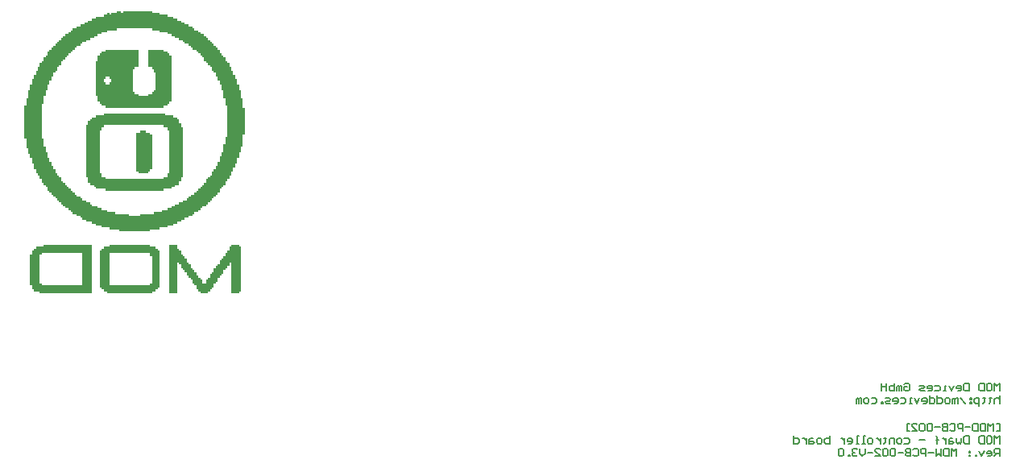
<source format=gbo>
G04*
G04 #@! TF.GenerationSoftware,Altium Limited,Altium Designer,22.1.2 (22)*
G04*
G04 Layer_Color=32896*
%FSLAX44Y44*%
%MOMM*%
G71*
G04*
G04 #@! TF.SameCoordinates,4FF52C19-E322-4989-B108-829305E1C033*
G04*
G04*
G04 #@! TF.FilePolarity,Positive*
G04*
G01*
G75*
%ADD16C,0.1500*%
G36*
X1116330Y484378D02*
Y482346D01*
Y480314D01*
Y478282D01*
Y476250D01*
Y474218D01*
Y472186D01*
Y470154D01*
Y468122D01*
Y466090D01*
Y464058D01*
Y462026D01*
Y459994D01*
Y457962D01*
Y455930D01*
Y453898D01*
Y451866D01*
Y449834D01*
Y447802D01*
Y445770D01*
Y443738D01*
Y441706D01*
Y439674D01*
Y437642D01*
Y435610D01*
X1061466D01*
Y437642D01*
X1055370D01*
Y439674D01*
X1053338D01*
Y441706D01*
Y443738D01*
X1051306D01*
Y445770D01*
Y447802D01*
Y449834D01*
Y451866D01*
Y453898D01*
Y455930D01*
Y457962D01*
Y459994D01*
Y462026D01*
Y464058D01*
Y466090D01*
Y468122D01*
Y470154D01*
Y472186D01*
Y474218D01*
Y476250D01*
X1053338D01*
Y478282D01*
Y480314D01*
X1055370D01*
Y482346D01*
X1057402D01*
Y484378D01*
X1065530D01*
Y486410D01*
X1116330D01*
Y484378D01*
D02*
G37*
G36*
X1177290D02*
X1183386D01*
Y482346D01*
X1185418D01*
Y480314D01*
X1187450D01*
Y478282D01*
Y476250D01*
Y474218D01*
Y472186D01*
Y470154D01*
Y468122D01*
Y466090D01*
Y464058D01*
Y462026D01*
Y459994D01*
Y457962D01*
Y455930D01*
Y453898D01*
Y451866D01*
Y449834D01*
Y447802D01*
Y445770D01*
Y443738D01*
Y441706D01*
X1185418D01*
Y439674D01*
X1183386D01*
Y437642D01*
X1179322D01*
Y435610D01*
X1132586D01*
Y437642D01*
X1128522D01*
Y439674D01*
X1126490D01*
Y441706D01*
X1124458D01*
Y443738D01*
Y445770D01*
Y447802D01*
Y449834D01*
Y451866D01*
Y453898D01*
Y455930D01*
Y457962D01*
Y459994D01*
Y462026D01*
Y464058D01*
Y466090D01*
Y468122D01*
Y470154D01*
Y472186D01*
Y474218D01*
Y476250D01*
Y478282D01*
Y480314D01*
X1126490D01*
Y482346D01*
X1128522D01*
Y484378D01*
X1134618D01*
Y486410D01*
X1177290D01*
Y484378D01*
D02*
G37*
G36*
X1270762D02*
X1272794D01*
Y482346D01*
Y480314D01*
Y478282D01*
Y476250D01*
Y474218D01*
Y472186D01*
Y470154D01*
Y468122D01*
Y466090D01*
Y464058D01*
Y462026D01*
Y459994D01*
Y457962D01*
Y455930D01*
Y453898D01*
Y451866D01*
Y449834D01*
Y447802D01*
Y445770D01*
Y443738D01*
Y441706D01*
Y439674D01*
Y437642D01*
X1270762D01*
Y435610D01*
X1262634D01*
Y437642D01*
Y439674D01*
Y441706D01*
Y443738D01*
Y445770D01*
Y447802D01*
Y449834D01*
Y451866D01*
Y453898D01*
Y455930D01*
Y457962D01*
Y459994D01*
Y462026D01*
Y464058D01*
Y466090D01*
Y468122D01*
X1260602D01*
Y466090D01*
Y464058D01*
X1258570D01*
Y462026D01*
X1256538D01*
Y459994D01*
X1254506D01*
Y457962D01*
Y455930D01*
X1252474D01*
Y453898D01*
X1250442D01*
Y451866D01*
X1248410D01*
Y449834D01*
Y447802D01*
X1246378D01*
Y445770D01*
X1244346D01*
Y443738D01*
Y441706D01*
X1242314D01*
Y439674D01*
X1240282D01*
Y437642D01*
X1238250D01*
Y435610D01*
X1230122D01*
Y437642D01*
X1228090D01*
Y439674D01*
X1226058D01*
Y441706D01*
Y443738D01*
X1224026D01*
Y445770D01*
X1221994D01*
Y447802D01*
Y449834D01*
X1219962D01*
Y451866D01*
X1217930D01*
Y453898D01*
X1215898D01*
Y455930D01*
Y457962D01*
X1213866D01*
Y459994D01*
X1211834D01*
Y462026D01*
X1209802D01*
Y464058D01*
Y466090D01*
X1207770D01*
Y468122D01*
X1205738D01*
Y466090D01*
Y464058D01*
Y462026D01*
Y459994D01*
Y457962D01*
Y455930D01*
Y453898D01*
Y451866D01*
Y449834D01*
Y447802D01*
Y445770D01*
Y443738D01*
Y441706D01*
Y439674D01*
Y437642D01*
Y435610D01*
X1197610D01*
Y437642D01*
Y439674D01*
Y441706D01*
Y443738D01*
Y445770D01*
Y447802D01*
Y449834D01*
Y451866D01*
Y453898D01*
Y455930D01*
Y457962D01*
Y459994D01*
Y462026D01*
Y464058D01*
Y466090D01*
Y468122D01*
Y470154D01*
Y472186D01*
Y474218D01*
Y476250D01*
Y478282D01*
Y480314D01*
Y482346D01*
Y484378D01*
Y486410D01*
X1205738D01*
Y484378D01*
Y482346D01*
X1207770D01*
Y480314D01*
X1209802D01*
Y478282D01*
Y476250D01*
X1211834D01*
Y474218D01*
X1213866D01*
Y472186D01*
X1215898D01*
Y470154D01*
Y468122D01*
X1217930D01*
Y466090D01*
X1219962D01*
Y464058D01*
Y462026D01*
X1221994D01*
Y459994D01*
X1224026D01*
Y457962D01*
X1226058D01*
Y455930D01*
Y453898D01*
X1228090D01*
Y451866D01*
X1230122D01*
Y449834D01*
X1232154D01*
Y447802D01*
Y445770D01*
X1236218D01*
Y447802D01*
Y449834D01*
X1238250D01*
Y451866D01*
X1240282D01*
Y453898D01*
Y455930D01*
X1242314D01*
Y457962D01*
X1244346D01*
Y459994D01*
Y462026D01*
X1246378D01*
Y464058D01*
X1248410D01*
Y466090D01*
X1250442D01*
Y468122D01*
Y470154D01*
X1252474D01*
Y472186D01*
X1254506D01*
Y474218D01*
X1256538D01*
Y476250D01*
Y478282D01*
X1258570D01*
Y480314D01*
X1260602D01*
Y482346D01*
Y484378D01*
X1262634D01*
Y486410D01*
X1270762D01*
Y484378D01*
D02*
G37*
G36*
X1179322Y730250D02*
X1187450D01*
Y728218D01*
X1195578D01*
Y726186D01*
X1201674D01*
Y724154D01*
X1205738D01*
Y722122D01*
X1209802D01*
Y720090D01*
X1213866D01*
Y718058D01*
X1217930D01*
Y716026D01*
X1221994D01*
Y713994D01*
X1224026D01*
Y711962D01*
X1228090D01*
Y709930D01*
X1230122D01*
Y707898D01*
X1234186D01*
Y705866D01*
X1236218D01*
Y703834D01*
X1238250D01*
Y701802D01*
X1240282D01*
Y699770D01*
X1242314D01*
Y697738D01*
X1244346D01*
Y695706D01*
X1246378D01*
Y693674D01*
X1248410D01*
Y691642D01*
X1250442D01*
Y689610D01*
Y687578D01*
X1252474D01*
Y685546D01*
X1254506D01*
Y683514D01*
X1256538D01*
Y681482D01*
Y679450D01*
X1258570D01*
Y677418D01*
X1260602D01*
Y675386D01*
Y673354D01*
X1262634D01*
Y671322D01*
Y669290D01*
X1264666D01*
Y667258D01*
Y665226D01*
X1266698D01*
Y663194D01*
Y661162D01*
X1268730D01*
Y659130D01*
Y657098D01*
Y655066D01*
X1270762D01*
Y653034D01*
Y651002D01*
Y648970D01*
X1272794D01*
Y646938D01*
Y644906D01*
Y642874D01*
Y640842D01*
X1274826D01*
Y638810D01*
Y636778D01*
Y634746D01*
Y632714D01*
Y630682D01*
X1276858D01*
Y628650D01*
Y626618D01*
Y624586D01*
Y622554D01*
Y620522D01*
Y618490D01*
Y616458D01*
Y614426D01*
Y612394D01*
Y610362D01*
Y608330D01*
Y606298D01*
Y604266D01*
Y602234D01*
X1274826D01*
Y600202D01*
Y598170D01*
Y596138D01*
Y594106D01*
Y592074D01*
Y590042D01*
X1272794D01*
Y588010D01*
Y585978D01*
Y583946D01*
X1270762D01*
Y581914D01*
Y579882D01*
Y577850D01*
X1268730D01*
Y575818D01*
Y573786D01*
Y571754D01*
X1266698D01*
Y569722D01*
Y567690D01*
X1264666D01*
Y565658D01*
Y563626D01*
X1262634D01*
Y561594D01*
Y559562D01*
X1260602D01*
Y557530D01*
Y555498D01*
X1258570D01*
Y553466D01*
X1256538D01*
Y551434D01*
Y549402D01*
X1254506D01*
Y547370D01*
X1252474D01*
Y545338D01*
X1250442D01*
Y543306D01*
Y541274D01*
X1248410D01*
Y539242D01*
X1246378D01*
Y537210D01*
X1244346D01*
Y535178D01*
X1242314D01*
Y533146D01*
X1240282D01*
Y531114D01*
X1238250D01*
Y529082D01*
X1236218D01*
Y527050D01*
X1232154D01*
Y525018D01*
X1230122D01*
Y522986D01*
X1228090D01*
Y520954D01*
X1224026D01*
Y518922D01*
X1221994D01*
Y516890D01*
X1217930D01*
Y514858D01*
X1213866D01*
Y512826D01*
X1209802D01*
Y510794D01*
X1205738D01*
Y508762D01*
X1201674D01*
Y506730D01*
X1195578D01*
Y504698D01*
X1187450D01*
Y502666D01*
X1177290D01*
Y500634D01*
X1144778D01*
Y502666D01*
X1134618D01*
Y504698D01*
X1126490D01*
Y506730D01*
X1120394D01*
Y508762D01*
X1116330D01*
Y510794D01*
X1110234D01*
Y512826D01*
X1106170D01*
Y514858D01*
X1104138D01*
Y516890D01*
X1100074D01*
Y518922D01*
X1096010D01*
Y520954D01*
X1093978D01*
Y522986D01*
X1091946D01*
Y525018D01*
X1087882D01*
Y527050D01*
X1085850D01*
Y529082D01*
X1083818D01*
Y531114D01*
X1081786D01*
Y533146D01*
X1079754D01*
Y535178D01*
X1077722D01*
Y537210D01*
X1075690D01*
Y539242D01*
X1073658D01*
Y541274D01*
X1071626D01*
Y543306D01*
X1069594D01*
Y545338D01*
Y547370D01*
X1067562D01*
Y549402D01*
X1065530D01*
Y551434D01*
X1063498D01*
Y553466D01*
Y555498D01*
X1061466D01*
Y557530D01*
Y559562D01*
X1059434D01*
Y561594D01*
X1057402D01*
Y563626D01*
Y565658D01*
X1055370D01*
Y567690D01*
Y569722D01*
Y571754D01*
X1053338D01*
Y573786D01*
Y575818D01*
Y577850D01*
X1051306D01*
Y579882D01*
Y581914D01*
X1049274D01*
Y583946D01*
Y585978D01*
Y588010D01*
X1047242D01*
Y590042D01*
Y592074D01*
Y594106D01*
Y596138D01*
Y598170D01*
X1045210D01*
Y600202D01*
Y602234D01*
Y604266D01*
Y606298D01*
Y608330D01*
Y610362D01*
Y612394D01*
Y614426D01*
Y616458D01*
Y618490D01*
Y620522D01*
Y622554D01*
Y624586D01*
Y626618D01*
Y628650D01*
Y630682D01*
Y632714D01*
X1047242D01*
Y634746D01*
Y636778D01*
Y638810D01*
Y640842D01*
X1049274D01*
Y642874D01*
Y644906D01*
Y646938D01*
Y648970D01*
X1051306D01*
Y651002D01*
Y653034D01*
Y655066D01*
X1053338D01*
Y657098D01*
Y659130D01*
Y661162D01*
X1055370D01*
Y663194D01*
Y665226D01*
X1057402D01*
Y667258D01*
Y669290D01*
X1059434D01*
Y671322D01*
Y673354D01*
X1061466D01*
Y675386D01*
Y677418D01*
X1063498D01*
Y679450D01*
X1065530D01*
Y681482D01*
Y683514D01*
X1067562D01*
Y685546D01*
X1069594D01*
Y687578D01*
Y689610D01*
X1071626D01*
Y691642D01*
X1073658D01*
Y693674D01*
X1075690D01*
Y695706D01*
X1077722D01*
Y697738D01*
X1079754D01*
Y699770D01*
X1081786D01*
Y701802D01*
X1083818D01*
Y703834D01*
X1085850D01*
Y705866D01*
X1087882D01*
Y707898D01*
X1091946D01*
Y709930D01*
X1093978D01*
Y711962D01*
X1096010D01*
Y713994D01*
X1100074D01*
Y716026D01*
X1104138D01*
Y718058D01*
X1108202D01*
Y720090D01*
X1112266D01*
Y722122D01*
X1116330D01*
Y724154D01*
X1120394D01*
Y726186D01*
X1128522D01*
Y728218D01*
X1132586D01*
Y730250D01*
X1134618D01*
Y728218D01*
X1136650D01*
Y730250D01*
X1142746D01*
Y732282D01*
X1146810D01*
Y730250D01*
X1148842D01*
Y732282D01*
X1179322D01*
Y730250D01*
D02*
G37*
%LPC*%
G36*
X1106170Y478282D02*
X1063498D01*
Y476250D01*
X1061466D01*
Y474218D01*
Y472186D01*
Y470154D01*
Y468122D01*
Y466090D01*
Y464058D01*
Y462026D01*
Y459994D01*
Y457962D01*
Y455930D01*
Y453898D01*
Y451866D01*
Y449834D01*
Y447802D01*
Y445770D01*
X1063498D01*
Y443738D01*
X1106170D01*
Y445770D01*
Y447802D01*
Y449834D01*
Y451866D01*
Y453898D01*
Y455930D01*
Y457962D01*
Y459994D01*
Y462026D01*
Y464058D01*
Y466090D01*
Y468122D01*
Y470154D01*
Y472186D01*
Y474218D01*
Y476250D01*
Y478282D01*
D02*
G37*
G36*
X1177290D02*
X1134618D01*
Y476250D01*
Y474218D01*
Y472186D01*
Y470154D01*
Y468122D01*
Y466090D01*
Y464058D01*
Y462026D01*
Y459994D01*
Y457962D01*
Y455930D01*
Y453898D01*
Y451866D01*
Y449834D01*
Y447802D01*
Y445770D01*
Y443738D01*
X1177290D01*
Y445770D01*
X1179322D01*
Y447802D01*
Y449834D01*
Y451866D01*
Y453898D01*
Y455930D01*
Y457962D01*
Y459994D01*
Y462026D01*
Y464058D01*
Y466090D01*
Y468122D01*
Y470154D01*
Y472186D01*
Y474218D01*
X1177290D01*
Y476250D01*
Y478282D01*
D02*
G37*
G36*
X1179322Y713994D02*
X1142746D01*
Y711962D01*
X1132586D01*
Y709930D01*
X1126490D01*
Y707898D01*
X1122426D01*
Y705866D01*
X1118362D01*
Y703834D01*
X1114298D01*
Y701802D01*
X1110234D01*
Y699770D01*
X1106170D01*
Y697738D01*
X1104138D01*
Y695706D01*
X1100074D01*
Y693674D01*
X1098042D01*
Y691642D01*
X1096010D01*
Y689610D01*
X1093978D01*
Y687578D01*
X1091946D01*
Y685546D01*
X1089914D01*
Y683514D01*
X1087882D01*
Y681482D01*
X1085850D01*
Y679450D01*
X1083818D01*
Y677418D01*
Y675386D01*
X1081786D01*
Y673354D01*
X1079754D01*
Y671322D01*
Y669290D01*
X1077722D01*
Y667258D01*
X1075690D01*
Y665226D01*
Y663194D01*
X1073658D01*
Y661162D01*
Y659130D01*
X1071626D01*
Y657098D01*
Y655066D01*
X1069594D01*
Y653034D01*
Y651002D01*
Y648970D01*
X1067562D01*
Y646938D01*
Y644906D01*
Y642874D01*
X1065530D01*
Y640842D01*
Y638810D01*
Y636778D01*
Y634746D01*
X1063498D01*
Y632714D01*
Y630682D01*
Y628650D01*
Y626618D01*
Y624586D01*
Y622554D01*
Y620522D01*
Y618490D01*
Y616458D01*
Y614426D01*
Y612394D01*
Y610362D01*
Y608330D01*
Y606298D01*
Y604266D01*
Y602234D01*
Y600202D01*
Y598170D01*
X1065530D01*
Y596138D01*
Y594106D01*
Y592074D01*
Y590042D01*
X1067562D01*
Y588010D01*
Y585978D01*
Y583946D01*
X1069594D01*
Y581914D01*
Y579882D01*
Y577850D01*
X1071626D01*
Y575818D01*
Y573786D01*
X1073658D01*
Y571754D01*
Y569722D01*
X1075690D01*
Y567690D01*
Y565658D01*
X1077722D01*
Y563626D01*
Y561594D01*
X1079754D01*
Y559562D01*
X1081786D01*
Y557530D01*
X1083818D01*
Y555498D01*
Y553466D01*
X1085850D01*
Y551434D01*
X1087882D01*
Y549402D01*
X1089914D01*
Y547370D01*
X1091946D01*
Y545338D01*
X1093978D01*
Y543306D01*
X1096010D01*
Y541274D01*
X1098042D01*
Y539242D01*
X1100074D01*
Y537210D01*
X1104138D01*
Y535178D01*
X1106170D01*
Y533146D01*
X1110234D01*
Y531114D01*
X1114298D01*
Y529082D01*
X1116330D01*
Y527050D01*
X1122426D01*
Y525018D01*
X1126490D01*
Y522986D01*
X1132586D01*
Y520954D01*
X1140714D01*
Y518922D01*
X1154938D01*
Y516890D01*
X1167130D01*
Y518922D01*
X1181354D01*
Y520954D01*
X1189482D01*
Y522986D01*
X1195578D01*
Y525018D01*
X1199642D01*
Y527050D01*
X1203706D01*
Y529082D01*
X1207770D01*
Y531114D01*
X1211834D01*
Y533146D01*
X1215898D01*
Y535178D01*
X1217930D01*
Y537210D01*
X1219962D01*
Y539242D01*
X1224026D01*
Y541274D01*
X1226058D01*
Y543306D01*
X1228090D01*
Y545338D01*
X1230122D01*
Y547370D01*
X1232154D01*
Y549402D01*
X1234186D01*
Y551434D01*
X1236218D01*
Y553466D01*
Y555498D01*
X1238250D01*
Y557530D01*
X1240282D01*
Y559562D01*
X1242314D01*
Y561594D01*
Y563626D01*
X1244346D01*
Y565658D01*
X1246378D01*
Y567690D01*
Y569722D01*
X1248410D01*
Y571754D01*
Y573786D01*
X1250442D01*
Y575818D01*
Y577850D01*
Y579882D01*
X1252474D01*
Y581914D01*
Y583946D01*
X1254506D01*
Y585978D01*
Y588010D01*
Y590042D01*
Y592074D01*
X1256538D01*
Y594106D01*
Y596138D01*
Y598170D01*
Y600202D01*
X1258570D01*
Y602234D01*
Y604266D01*
Y606298D01*
Y608330D01*
Y610362D01*
Y612394D01*
Y614426D01*
Y616458D01*
Y618490D01*
Y620522D01*
Y622554D01*
Y624586D01*
Y626618D01*
Y628650D01*
Y630682D01*
Y632714D01*
X1256538D01*
Y634746D01*
Y636778D01*
Y638810D01*
Y640842D01*
X1254506D01*
Y642874D01*
Y644906D01*
Y646938D01*
Y648970D01*
X1252474D01*
Y651002D01*
Y653034D01*
Y655066D01*
X1250442D01*
Y657098D01*
Y659130D01*
X1248410D01*
Y661162D01*
Y663194D01*
X1246378D01*
Y665226D01*
Y667258D01*
X1244346D01*
Y669290D01*
X1242314D01*
Y671322D01*
Y673354D01*
X1240282D01*
Y675386D01*
X1238250D01*
Y677418D01*
X1236218D01*
Y679450D01*
X1234186D01*
Y681482D01*
Y683514D01*
X1232154D01*
Y685546D01*
X1230122D01*
Y687578D01*
X1228090D01*
Y689610D01*
X1226058D01*
Y691642D01*
X1221994D01*
Y693674D01*
X1219962D01*
Y695706D01*
X1217930D01*
Y697738D01*
X1213866D01*
Y699770D01*
X1211834D01*
Y701802D01*
X1207770D01*
Y703834D01*
X1203706D01*
Y705866D01*
X1199642D01*
Y707898D01*
X1195578D01*
Y709930D01*
X1187450D01*
Y711962D01*
X1179322D01*
Y713994D01*
D02*
G37*
%LPD*%
G36*
X1191514Y689610D02*
X1195578D01*
Y687578D01*
X1197610D01*
Y685546D01*
X1199642D01*
Y683514D01*
Y681482D01*
Y679450D01*
Y677418D01*
Y675386D01*
Y673354D01*
Y671322D01*
Y669290D01*
Y667258D01*
Y665226D01*
Y663194D01*
Y661162D01*
Y659130D01*
Y657098D01*
Y655066D01*
Y653034D01*
Y651002D01*
Y648970D01*
Y646938D01*
Y644906D01*
Y642874D01*
Y640842D01*
Y638810D01*
Y636778D01*
X1197610D01*
Y634746D01*
X1195578D01*
Y632714D01*
X1191514D01*
Y630682D01*
X1130554D01*
Y632714D01*
X1126490D01*
Y634746D01*
X1124458D01*
Y636778D01*
X1122426D01*
Y638810D01*
Y640842D01*
Y642874D01*
X1120394D01*
Y644906D01*
Y646938D01*
Y648970D01*
Y651002D01*
Y653034D01*
Y655066D01*
Y657098D01*
Y659130D01*
Y661162D01*
Y663194D01*
Y665226D01*
Y667258D01*
Y669290D01*
Y671322D01*
Y673354D01*
Y675386D01*
Y677418D01*
Y679450D01*
X1122426D01*
Y681482D01*
Y683514D01*
Y685546D01*
X1124458D01*
Y687578D01*
X1126490D01*
Y689610D01*
X1130554D01*
Y691642D01*
X1165098D01*
Y689610D01*
Y687578D01*
Y685546D01*
Y683514D01*
Y681482D01*
Y679450D01*
Y677418D01*
Y675386D01*
Y673354D01*
X1161034D01*
Y671322D01*
X1159002D01*
Y669290D01*
Y667258D01*
Y665226D01*
Y663194D01*
Y661162D01*
Y659130D01*
Y657098D01*
Y655066D01*
Y653034D01*
Y651002D01*
Y648970D01*
Y646938D01*
X1161034D01*
Y644906D01*
X1165098D01*
Y642874D01*
X1175258D01*
Y644906D01*
X1179322D01*
Y646938D01*
X1181354D01*
Y648970D01*
X1183386D01*
Y651002D01*
Y653034D01*
Y655066D01*
Y657098D01*
Y659130D01*
Y661162D01*
Y663194D01*
Y665226D01*
Y667258D01*
X1181354D01*
Y669290D01*
Y671322D01*
X1179322D01*
Y673354D01*
X1175258D01*
Y675386D01*
Y677418D01*
Y679450D01*
Y681482D01*
Y683514D01*
Y685546D01*
Y687578D01*
Y689610D01*
Y691642D01*
X1191514D01*
Y689610D01*
D02*
G37*
G36*
X1193546Y622554D02*
X1201674D01*
Y620522D01*
X1205738D01*
Y618490D01*
X1207770D01*
Y616458D01*
Y614426D01*
X1209802D01*
Y612394D01*
Y610362D01*
X1211834D01*
Y608330D01*
Y606298D01*
Y604266D01*
Y602234D01*
Y600202D01*
Y598170D01*
Y596138D01*
Y594106D01*
Y592074D01*
Y590042D01*
Y588010D01*
Y585978D01*
Y583946D01*
Y581914D01*
Y579882D01*
Y577850D01*
Y575818D01*
Y573786D01*
Y571754D01*
Y569722D01*
Y567690D01*
Y565658D01*
Y563626D01*
Y561594D01*
Y559562D01*
Y557530D01*
X1209802D01*
Y555498D01*
Y553466D01*
X1207770D01*
Y551434D01*
Y549402D01*
X1203706D01*
Y547370D01*
X1199642D01*
Y545338D01*
X1191514D01*
Y543306D01*
X1130554D01*
Y545338D01*
X1120394D01*
Y547370D01*
X1118362D01*
Y549402D01*
X1114298D01*
Y551434D01*
X1112266D01*
Y553466D01*
Y555498D01*
Y557530D01*
X1110234D01*
Y559562D01*
Y561594D01*
Y563626D01*
Y565658D01*
Y567690D01*
Y569722D01*
Y571754D01*
Y573786D01*
Y575818D01*
Y577850D01*
Y579882D01*
Y581914D01*
Y583946D01*
Y585978D01*
Y588010D01*
Y590042D01*
Y592074D01*
Y594106D01*
Y596138D01*
Y598170D01*
Y600202D01*
Y602234D01*
Y604266D01*
Y606298D01*
Y608330D01*
Y610362D01*
Y612394D01*
X1112266D01*
Y614426D01*
Y616458D01*
X1114298D01*
Y618490D01*
X1116330D01*
Y620522D01*
X1120394D01*
Y622554D01*
X1128522D01*
Y624586D01*
X1193546D01*
Y622554D01*
D02*
G37*
%LPC*%
G36*
X1134618Y663194D02*
X1130554D01*
Y661162D01*
X1128522D01*
Y659130D01*
Y657098D01*
X1130554D01*
Y655066D01*
X1134618D01*
Y657098D01*
X1136650D01*
Y659130D01*
Y661162D01*
X1134618D01*
Y663194D01*
D02*
G37*
G36*
X1191514Y612394D02*
X1128522D01*
Y610362D01*
X1126490D01*
Y608330D01*
Y606298D01*
X1124458D01*
Y604266D01*
Y602234D01*
Y600202D01*
Y598170D01*
Y596138D01*
Y594106D01*
Y592074D01*
Y590042D01*
Y588010D01*
Y585978D01*
Y583946D01*
Y581914D01*
Y579882D01*
Y577850D01*
Y575818D01*
Y573786D01*
Y571754D01*
Y569722D01*
Y567690D01*
Y565658D01*
Y563626D01*
Y561594D01*
X1126490D01*
Y559562D01*
Y557530D01*
X1130554D01*
Y555498D01*
X1191514D01*
Y557530D01*
X1195578D01*
Y559562D01*
Y561594D01*
X1197610D01*
Y563626D01*
Y565658D01*
Y567690D01*
Y569722D01*
Y571754D01*
Y573786D01*
Y575818D01*
Y577850D01*
Y579882D01*
Y581914D01*
Y583946D01*
Y585978D01*
Y588010D01*
Y590042D01*
Y592074D01*
Y594106D01*
Y596138D01*
Y598170D01*
Y600202D01*
Y602234D01*
Y604266D01*
Y606298D01*
X1195578D01*
Y608330D01*
Y610362D01*
X1191514D01*
Y612394D01*
D02*
G37*
%LPD*%
G36*
X1173226Y604266D02*
X1177290D01*
Y602234D01*
X1179322D01*
Y600202D01*
Y598170D01*
Y596138D01*
Y594106D01*
Y592074D01*
Y590042D01*
Y588010D01*
Y585978D01*
Y583946D01*
Y581914D01*
Y579882D01*
Y577850D01*
Y575818D01*
Y573786D01*
Y571754D01*
Y569722D01*
Y567690D01*
Y565658D01*
X1177290D01*
Y563626D01*
X1175258D01*
Y561594D01*
X1165098D01*
Y563626D01*
X1163066D01*
Y565658D01*
Y567690D01*
Y569722D01*
Y571754D01*
Y573786D01*
Y575818D01*
Y577850D01*
Y579882D01*
Y581914D01*
Y583946D01*
Y585978D01*
Y588010D01*
Y590042D01*
Y592074D01*
Y594106D01*
Y596138D01*
Y598170D01*
Y600202D01*
Y602234D01*
Y604266D01*
X1167130D01*
Y606298D01*
X1173226D01*
Y604266D01*
D02*
G37*
D16*
X2069870Y333040D02*
Y341037D01*
X2067204Y338372D01*
X2064538Y341037D01*
Y333040D01*
X2057874Y341037D02*
X2060540D01*
X2061873Y339704D01*
Y334373D01*
X2060540Y333040D01*
X2057874D01*
X2056541Y334373D01*
Y339704D01*
X2057874Y341037D01*
X2053875D02*
Y333040D01*
X2049877D01*
X2048544Y334373D01*
Y339704D01*
X2049877Y341037D01*
X2053875D01*
X2037880D02*
Y333040D01*
X2033882D01*
X2032549Y334373D01*
Y339704D01*
X2033882Y341037D01*
X2037880D01*
X2025884Y333040D02*
X2028550D01*
X2029883Y334373D01*
Y337039D01*
X2028550Y338372D01*
X2025884D01*
X2024551Y337039D01*
Y335706D01*
X2029883D01*
X2021886Y338372D02*
X2019220Y333040D01*
X2016554Y338372D01*
X2013888Y333040D02*
X2011222D01*
X2012555D01*
Y338372D01*
X2013888D01*
X2001892D02*
X2005891D01*
X2007224Y337039D01*
Y334373D01*
X2005891Y333040D01*
X2001892D01*
X1995227D02*
X1997893D01*
X1999226Y334373D01*
Y337039D01*
X1997893Y338372D01*
X1995227D01*
X1993895Y337039D01*
Y335706D01*
X1999226D01*
X1991229Y333040D02*
X1987230D01*
X1985897Y334373D01*
X1987230Y335706D01*
X1989896D01*
X1991229Y337039D01*
X1989896Y338372D01*
X1985897D01*
X1969902Y339704D02*
X1971235Y341037D01*
X1973901D01*
X1975234Y339704D01*
Y334373D01*
X1973901Y333040D01*
X1971235D01*
X1969902Y334373D01*
Y337039D01*
X1972568D01*
X1967236Y333040D02*
Y338372D01*
X1965904D01*
X1964571Y337039D01*
Y333040D01*
Y337039D01*
X1963238Y338372D01*
X1961905Y337039D01*
Y333040D01*
X1959239Y341037D02*
Y333040D01*
X1955240D01*
X1953907Y334373D01*
Y335706D01*
Y337039D01*
X1955240Y338372D01*
X1959239D01*
X1951242Y341037D02*
Y333040D01*
Y337039D01*
X1945910D01*
Y341037D01*
Y333040D01*
X2069870Y327840D02*
Y319843D01*
Y323842D01*
X2068537Y325175D01*
X2065871D01*
X2064538Y323842D01*
Y319843D01*
X2060540Y326508D02*
Y325175D01*
X2061873D01*
X2059207D01*
X2060540D01*
Y321176D01*
X2059207Y319843D01*
X2053875Y326508D02*
Y325175D01*
X2055208D01*
X2052542D01*
X2053875D01*
Y321176D01*
X2052542Y319843D01*
X2048544Y317177D02*
Y325175D01*
X2044545D01*
X2043212Y323842D01*
Y321176D01*
X2044545Y319843D01*
X2048544D01*
X2040546Y325175D02*
X2039213D01*
Y323842D01*
X2040546D01*
Y325175D01*
Y321176D02*
X2039213D01*
Y319843D01*
X2040546D01*
Y321176D01*
X2033882Y319843D02*
X2028550Y325175D01*
X2025884Y319843D02*
Y325175D01*
X2024551D01*
X2023218Y323842D01*
Y319843D01*
Y323842D01*
X2021886Y325175D01*
X2020553Y323842D01*
Y319843D01*
X2016554D02*
X2013888D01*
X2012555Y321176D01*
Y323842D01*
X2013888Y325175D01*
X2016554D01*
X2017887Y323842D01*
Y321176D01*
X2016554Y319843D01*
X2004558Y327840D02*
Y319843D01*
X2008556D01*
X2009889Y321176D01*
Y323842D01*
X2008556Y325175D01*
X2004558D01*
X1996560Y327840D02*
Y319843D01*
X2000559D01*
X2001892Y321176D01*
Y323842D01*
X2000559Y325175D01*
X1996560D01*
X1989896Y319843D02*
X1992562D01*
X1993895Y321176D01*
Y323842D01*
X1992562Y325175D01*
X1989896D01*
X1988563Y323842D01*
Y322509D01*
X1993895D01*
X1985897Y325175D02*
X1983231Y319843D01*
X1980565Y325175D01*
X1977900Y319843D02*
X1975234D01*
X1976567D01*
Y325175D01*
X1977900D01*
X1965903D02*
X1969902D01*
X1971235Y323842D01*
Y321176D01*
X1969902Y319843D01*
X1965903D01*
X1959239D02*
X1961905D01*
X1963238Y321176D01*
Y323842D01*
X1961905Y325175D01*
X1959239D01*
X1957906Y323842D01*
Y322509D01*
X1963238D01*
X1955240Y319843D02*
X1951242D01*
X1949909Y321176D01*
X1951242Y322509D01*
X1953907D01*
X1955240Y323842D01*
X1953907Y325175D01*
X1949909D01*
X1947243Y319843D02*
Y321176D01*
X1945910D01*
Y319843D01*
X1947243D01*
X1935247Y325175D02*
X1939245D01*
X1940578Y323842D01*
Y321176D01*
X1939245Y319843D01*
X1935247D01*
X1931248D02*
X1928582D01*
X1927249Y321176D01*
Y323842D01*
X1928582Y325175D01*
X1931248D01*
X1932581Y323842D01*
Y321176D01*
X1931248Y319843D01*
X1924583D02*
Y325175D01*
X1923251D01*
X1921918Y323842D01*
Y319843D01*
Y323842D01*
X1920585Y325175D01*
X1919252Y323842D01*
Y319843D01*
X2067204Y290784D02*
X2069870D01*
Y298781D01*
X2067204D01*
X2063206Y290784D02*
Y298781D01*
X2060540Y296115D01*
X2057874Y298781D01*
Y290784D01*
X2055208Y298781D02*
Y290784D01*
X2051209D01*
X2049877Y292117D01*
Y297448D01*
X2051209Y298781D01*
X2055208D01*
X2047211D02*
Y290784D01*
X2043212D01*
X2041879Y292117D01*
Y297448D01*
X2043212Y298781D01*
X2047211D01*
X2039213Y294782D02*
X2033882D01*
X2031216Y290784D02*
Y298781D01*
X2027217D01*
X2025884Y297448D01*
Y294782D01*
X2027217Y293449D01*
X2031216D01*
X2017887Y297448D02*
X2019220Y298781D01*
X2021886D01*
X2023218Y297448D01*
Y292117D01*
X2021886Y290784D01*
X2019220D01*
X2017887Y292117D01*
X2015221Y298781D02*
Y290784D01*
X2011222D01*
X2009889Y292117D01*
Y293449D01*
X2011222Y294782D01*
X2015221D01*
X2011222D01*
X2009889Y296115D01*
Y297448D01*
X2011222Y298781D01*
X2015221D01*
X2007224Y294782D02*
X2001892D01*
X1999226Y297448D02*
X1997893Y298781D01*
X1995227D01*
X1993895Y297448D01*
Y292117D01*
X1995227Y290784D01*
X1997893D01*
X1999226Y292117D01*
Y297448D01*
X1991229D02*
X1989896Y298781D01*
X1987230D01*
X1985897Y297448D01*
Y292117D01*
X1987230Y290784D01*
X1989896D01*
X1991229Y292117D01*
Y297448D01*
X1977900Y290784D02*
X1983231D01*
X1977900Y296115D01*
Y297448D01*
X1979233Y298781D01*
X1981898D01*
X1983231Y297448D01*
X1975234Y290784D02*
X1972568D01*
Y298781D01*
X1975234D01*
X2069870Y277587D02*
Y285584D01*
X2067204Y282918D01*
X2064538Y285584D01*
Y277587D01*
X2057874Y285584D02*
X2060540D01*
X2061873Y284251D01*
Y278920D01*
X2060540Y277587D01*
X2057874D01*
X2056541Y278920D01*
Y284251D01*
X2057874Y285584D01*
X2053875D02*
Y277587D01*
X2049877D01*
X2048544Y278920D01*
Y284251D01*
X2049877Y285584D01*
X2053875D01*
X2037880D02*
Y277587D01*
X2033882D01*
X2032549Y278920D01*
Y284251D01*
X2033882Y285584D01*
X2037880D01*
X2029883Y282918D02*
Y278920D01*
X2028550Y277587D01*
X2027217Y278920D01*
X2025884Y277587D01*
X2024551Y278920D01*
Y282918D01*
X2020553D02*
X2017887D01*
X2016554Y281586D01*
Y277587D01*
X2020553D01*
X2021886Y278920D01*
X2020553Y280253D01*
X2016554D01*
X2013888Y282918D02*
Y277587D01*
Y280253D01*
X2012555Y281586D01*
X2011222Y282918D01*
X2009889D01*
X2004558Y277587D02*
Y284251D01*
Y281586D01*
X2005891D01*
X2003225D01*
X2004558D01*
Y284251D01*
X2003225Y285584D01*
X1991229Y281586D02*
X1985897D01*
X1969902Y282918D02*
X1973901D01*
X1975234Y281586D01*
Y278920D01*
X1973901Y277587D01*
X1969902D01*
X1965904D02*
X1963238D01*
X1961905Y278920D01*
Y281586D01*
X1963238Y282918D01*
X1965904D01*
X1967236Y281586D01*
Y278920D01*
X1965904Y277587D01*
X1959239D02*
Y282918D01*
X1955240D01*
X1953907Y281586D01*
Y277587D01*
X1949909Y284251D02*
Y282918D01*
X1951242D01*
X1948576D01*
X1949909D01*
Y278920D01*
X1948576Y277587D01*
X1944577Y282918D02*
Y277587D01*
Y280253D01*
X1943244Y281586D01*
X1941911Y282918D01*
X1940578D01*
X1935247Y277587D02*
X1932581D01*
X1931248Y278920D01*
Y281586D01*
X1932581Y282918D01*
X1935247D01*
X1936580Y281586D01*
Y278920D01*
X1935247Y277587D01*
X1928582D02*
X1925916D01*
X1927249D01*
Y285584D01*
X1928582D01*
X1921918Y277587D02*
X1919252D01*
X1920585D01*
Y285584D01*
X1921918D01*
X1911254Y277587D02*
X1913920D01*
X1915253Y278920D01*
Y281586D01*
X1913920Y282918D01*
X1911254D01*
X1909922Y281586D01*
Y280253D01*
X1915253D01*
X1907256Y282918D02*
Y277587D01*
Y280253D01*
X1905923Y281586D01*
X1904590Y282918D01*
X1903257D01*
X1891261Y285584D02*
Y277587D01*
X1887262D01*
X1885929Y278920D01*
Y280253D01*
Y281586D01*
X1887262Y282918D01*
X1891261D01*
X1881931Y277587D02*
X1879265D01*
X1877932Y278920D01*
Y281586D01*
X1879265Y282918D01*
X1881931D01*
X1883264Y281586D01*
Y278920D01*
X1881931Y277587D01*
X1873933Y282918D02*
X1871267D01*
X1869935Y281586D01*
Y277587D01*
X1873933D01*
X1875266Y278920D01*
X1873933Y280253D01*
X1869935D01*
X1867269Y282918D02*
Y277587D01*
Y280253D01*
X1865936Y281586D01*
X1864603Y282918D01*
X1863270D01*
X1853940Y285584D02*
Y277587D01*
X1857938D01*
X1859271Y278920D01*
Y281586D01*
X1857938Y282918D01*
X1853940D01*
X2069870Y264390D02*
Y272387D01*
X2065871D01*
X2064538Y271054D01*
Y268389D01*
X2065871Y267056D01*
X2069870D01*
X2067204D02*
X2064538Y264390D01*
X2057874D02*
X2060540D01*
X2061873Y265723D01*
Y268389D01*
X2060540Y269722D01*
X2057874D01*
X2056541Y268389D01*
Y267056D01*
X2061873D01*
X2053875Y269722D02*
X2051209Y264390D01*
X2048544Y269722D01*
X2045878Y264390D02*
Y265723D01*
X2044545D01*
Y264390D01*
X2045878D01*
X2039213Y269722D02*
X2037880D01*
Y268389D01*
X2039213D01*
Y269722D01*
Y265723D02*
X2037880D01*
Y264390D01*
X2039213D01*
Y265723D01*
X2024551Y264390D02*
Y272387D01*
X2021886Y269722D01*
X2019220Y272387D01*
Y264390D01*
X2016554Y272387D02*
Y264390D01*
X2012555D01*
X2011222Y265723D01*
Y271054D01*
X2012555Y272387D01*
X2016554D01*
X2008557D02*
Y264390D01*
X2005891Y267056D01*
X2003225Y264390D01*
Y272387D01*
X2000559Y268389D02*
X1995227D01*
X1992562Y264390D02*
Y272387D01*
X1988563D01*
X1987230Y271054D01*
Y268389D01*
X1988563Y267056D01*
X1992562D01*
X1979233Y271054D02*
X1980565Y272387D01*
X1983231D01*
X1984564Y271054D01*
Y265723D01*
X1983231Y264390D01*
X1980565D01*
X1979233Y265723D01*
X1976567Y272387D02*
Y264390D01*
X1972568D01*
X1971235Y265723D01*
Y267056D01*
X1972568Y268389D01*
X1976567D01*
X1972568D01*
X1971235Y269722D01*
Y271054D01*
X1972568Y272387D01*
X1976567D01*
X1968569Y268389D02*
X1963238D01*
X1960572Y271054D02*
X1959239Y272387D01*
X1956573D01*
X1955240Y271054D01*
Y265723D01*
X1956573Y264390D01*
X1959239D01*
X1960572Y265723D01*
Y271054D01*
X1952574D02*
X1951242Y272387D01*
X1948576D01*
X1947243Y271054D01*
Y265723D01*
X1948576Y264390D01*
X1951242D01*
X1952574Y265723D01*
Y271054D01*
X1939245Y264390D02*
X1944577D01*
X1939245Y269722D01*
Y271054D01*
X1940578Y272387D01*
X1943244D01*
X1944577Y271054D01*
X1936580Y268389D02*
X1931248D01*
X1928582Y272387D02*
Y267056D01*
X1925916Y264390D01*
X1923251Y267056D01*
Y272387D01*
X1920585Y271054D02*
X1919252Y272387D01*
X1916586D01*
X1915253Y271054D01*
Y269722D01*
X1916586Y268389D01*
X1917919D01*
X1916586D01*
X1915253Y267056D01*
Y265723D01*
X1916586Y264390D01*
X1919252D01*
X1920585Y265723D01*
X1912587Y264390D02*
Y265723D01*
X1911254D01*
Y264390D01*
X1912587D01*
X1905923Y271054D02*
X1904590Y272387D01*
X1901924D01*
X1900591Y271054D01*
Y265723D01*
X1901924Y264390D01*
X1904590D01*
X1905923Y265723D01*
Y271054D01*
M02*

</source>
